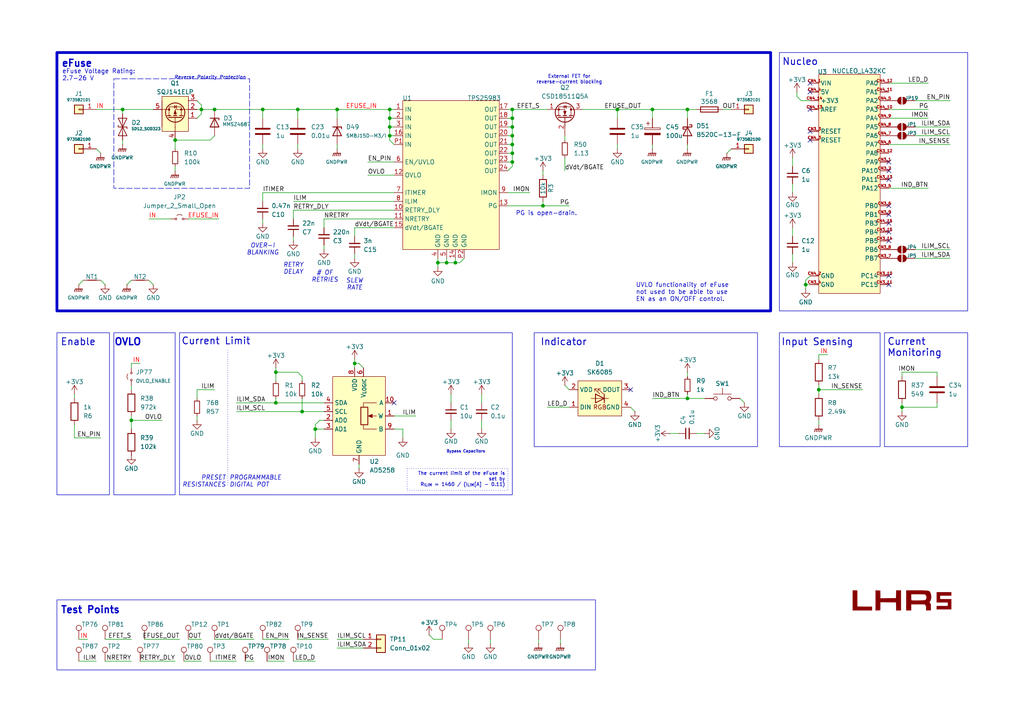
<source format=kicad_sch>
(kicad_sch (version 20231120) (generator "eeschema") (generator_version "8.0")
  (paper "A4")
  (title_block (title "eFuse Test Board (Lite)") (date "2024-10-31") (rev "0.0a") (company "Longhorn Racing: Solar") (comment 1 "Changxu Liu, Wataru (Watts) Yasueda"))
  (junction (at 91.44 124.46))
  (junction (at 199.39 31.75))
  (junction (at 97.79 31.75))
  (junction (at 148.59 31.75))
  (junction (at 132.08 76.2))
  (junction (at 148.59 34.29))
  (junction (at 179.07 31.75))
  (junction (at 261.62 118.11))
  (junction (at 148.59 44.45))
  (junction (at 129.54 76.2))
  (junction (at 157.48 59.69))
  (junction (at 50.8 40.64))
  (junction (at 237.49 113.03))
  (junction (at 87.63 119.38))
  (junction (at 233.68 82.55))
  (junction (at 189.23 31.75))
  (junction (at 58.42 31.75))
  (junction (at 38.1 121.92))
  (junction (at 86.36 31.75))
  (junction (at 113.03 34.29))
  (junction (at 113.03 31.75))
  (junction (at 113.03 36.83))
  (junction (at 127 76.2))
  (junction (at 80.01 107.95))
  (junction (at 148.59 41.91))
  (junction (at 113.03 39.37))
  (junction (at 102.87 105.41))
  (junction (at 76.2 31.75))
  (junction (at 199.39 115.57))
  (junction (at 148.59 39.37))
  (junction (at 148.59 36.83))
  (junction (at 148.59 46.99))
  (junction (at 62.23 31.75))
  (junction (at 35.56 31.75))
  (junction (at 80.01 116.84))
  (no_connect (at 257.81 49.53))
  (no_connect (at 234.95 40.64))
  (no_connect (at 257.81 69.85))
  (no_connect (at 257.81 67.31))
  (no_connect (at 234.95 38.1))
  (no_connect (at 257.81 64.77))
  (no_connect (at 234.95 31.75))
  (no_connect (at 257.81 62.23))
  (no_connect (at 257.81 52.07))
  (no_connect (at 182.88 113.03))
  (no_connect (at 257.81 46.99))
  (no_connect (at 234.95 24.13))
  (no_connect (at 257.81 82.55))
  (no_connect (at 257.81 59.69))
  (no_connect (at 114.3 116.84))
  (no_connect (at 234.95 26.67))
  (no_connect (at 257.81 80.01))
  (wire (pts (xy 62.23 185.42) (xy 73.66 185.42)))
  (wire (pts (xy 38.1 120.65) (xy 38.1 121.92)))
  (wire (pts (xy 114.3 120.65) (xy 120.65 120.65)))
  (wire (pts (xy 76.2 31.75) (xy 86.36 31.75)))
  (wire (pts (xy 114.3 124.46) (xy 116.84 124.46)))
  (wire (pts (xy 229.87 66.04) (xy 229.87 68.58)))
  (wire (pts (xy 102.87 66.04) (xy 114.3 66.04)))
  (wire (pts (xy 234.95 29.21) (xy 232.41 29.21)))
  (wire (pts (xy 148.59 36.83) (xy 148.59 39.37)))
  (wire (pts (xy 113.03 31.75) (xy 113.03 34.29)))
  (wire (pts (xy 57.15 29.21) (xy 58.42 30.48)))
  (wire (pts (xy 86.36 107.95) (xy 87.63 109.22)))
  (wire (pts (xy 127 76.2) (xy 127 77.47)))
  (wire (pts (xy 265.43 74.93) (xy 275.59 74.93)))
  (wire (pts (xy 265.43 39.37) (xy 275.59 39.37)))
  (wire (pts (xy 157.48 59.69) (xy 165.1 59.69)))
  (wire (pts (xy 130.81 121.92) (xy 130.81 124.46)))
  (wire (pts (xy 240.03 102.87) (xy 237.49 102.87)))
  (wire (pts (xy 86.36 41.91) (xy 86.36 43.18)))
  (wire (pts (xy 229.87 45.72) (xy 229.87 48.26)))
  (wire (pts (xy 62.23 31.75) (xy 76.2 31.75)))
  (wire (pts (xy 104.14 134.62) (xy 104.14 135.89)))
  (wire (pts (xy 44.45 82.55) (xy 43.18 81.28)))
  (wire (pts (xy 237.49 111.76) (xy 237.49 113.03)))
  (wire (pts (xy 132.08 76.2) (xy 133.35 76.2)))
  (wire (pts (xy 22.86 185.42) (xy 25.4 185.42)))
  (wire (pts (xy 189.23 41.91) (xy 189.23 43.18)))
  (wire (pts (xy 147.32 41.91) (xy 148.59 41.91)))
  (wire (pts (xy 147.32 59.69) (xy 157.48 59.69)))
  (wire (pts (xy 116.84 124.46) (xy 116.84 127)))
  (wire (pts (xy 257.81 41.91) (xy 275.59 41.91)))
  (wire (pts (xy 76.2 41.91) (xy 76.2 43.18)))
  (wire (pts (xy 93.98 63.5) (xy 93.98 66.04)))
  (wire (pts (xy 57.15 31.75) (xy 58.42 31.75)))
  (wire (pts (xy 142.24 186.69) (xy 142.24 185.42)))
  (wire (pts (xy 147.32 36.83) (xy 148.59 36.83)))
  (wire (pts (xy 52.07 185.42) (xy 41.91 185.42)))
  (wire (pts (xy 57.15 113.03) (xy 57.15 115.57)))
  (wire (pts (xy 91.44 191.77) (xy 85.09 191.77)))
  (wire (pts (xy 83.82 185.42) (xy 76.2 185.42)))
  (wire (pts (xy 130.81 114.3) (xy 130.81 116.84)))
  (wire (pts (xy 21.59 127) (xy 29.21 127)))
  (wire (pts (xy 114.3 41.91) (xy 113.03 40.64)))
  (wire (pts (xy 85.09 60.96) (xy 85.09 63.5)))
  (wire (pts (xy 233.68 81.28) (xy 233.68 82.55)))
  (wire (pts (xy 21.59 127) (xy 21.59 123.19)))
  (wire (pts (xy 147.32 44.45) (xy 148.59 44.45)))
  (wire (pts (xy 147.32 39.37) (xy 148.59 39.37)))
  (wire (pts (xy 60.96 40.64) (xy 62.23 39.37)))
  (wire (pts (xy 87.63 119.38) (xy 93.98 119.38)))
  (wire (pts (xy 38.1 121.92) (xy 46.99 121.92)))
  (wire (pts (xy 40.64 105.41) (xy 38.1 105.41)))
  (wire (pts (xy 57.15 120.65) (xy 57.15 121.92)))
  (wire (pts (xy 85.09 68.58) (xy 85.09 69.85)))
  (wire (pts (xy 168.91 31.75) (xy 179.07 31.75)))
  (wire (pts (xy 97.79 34.29) (xy 97.79 31.75)))
  (wire (pts (xy 229.87 73.66) (xy 229.87 76.2)))
  (wire (pts (xy 92.71 121.92) (xy 91.44 123.19)))
  (wire (pts (xy 91.44 127) (xy 91.44 124.46)))
  (wire (pts (xy 21.59 115.57) (xy 21.59 114.3)))
  (wire (pts (xy 80.01 115.57) (xy 80.01 116.84)))
  (wire (pts (xy 237.49 102.87) (xy 237.49 104.14)))
  (wire (pts (xy 50.8 40.64) (xy 60.96 40.64)))
  (wire (pts (xy 237.49 113.03) (xy 250.19 113.03)))
  (wire (pts (xy 237.49 113.03) (xy 237.49 114.3)))
  (wire (pts (xy 157.48 49.53) (xy 157.48 50.8)))
  (wire (pts (xy 93.98 63.5) (xy 114.3 63.5)))
  (wire (pts (xy 189.23 115.57) (xy 199.39 115.57)))
  (wire (pts (xy 199.39 114.3) (xy 199.39 115.57)))
  (wire (pts (xy 139.7 121.92) (xy 139.7 124.46)))
  (wire (pts (xy 86.36 31.75) (xy 86.36 34.29)))
  (wire (pts (xy 38.1 111.76) (xy 38.1 113.03)))
  (wire (pts (xy 271.78 109.22) (xy 271.78 107.95)))
  (wire (pts (xy 148.59 41.91) (xy 148.59 44.45)))
  (wire (pts (xy 97.79 41.91) (xy 97.79 43.18)))
  (wire (pts (xy 125.73 185.42) (xy 124.46 184.15)))
  (wire (pts (xy 212.09 31.75) (xy 209.55 31.75)))
  (wire (pts (xy 156.21 186.69) (xy 156.21 185.42)))
  (wire (pts (xy 147.32 49.53) (xy 148.59 48.26)))
  (wire (pts (xy 147.32 46.99) (xy 148.59 46.99)))
  (wire (pts (xy 199.39 107.95) (xy 199.39 109.22)))
  (wire (pts (xy 97.79 185.42) (xy 105.41 185.42)))
  (wire (pts (xy 87.63 109.22) (xy 87.63 110.49)))
  (wire (pts (xy 261.62 107.95) (xy 271.78 107.95)))
  (wire (pts (xy 50.8 48.26) (xy 50.8 49.53)))
  (wire (pts (xy 40.64 191.77) (xy 50.8 191.77)))
  (wire (pts (xy 261.62 116.84) (xy 261.62 118.11)))
  (wire (pts (xy 106.68 50.8) (xy 114.3 50.8)))
  (wire (pts (xy 127 76.2) (xy 129.54 76.2)))
  (wire (pts (xy 157.48 58.42) (xy 157.48 59.69)))
  (wire (pts (xy 199.39 115.57) (xy 204.47 115.57)))
  (wire (pts (xy 271.78 116.84) (xy 271.78 118.11)))
  (wire (pts (xy 76.2 31.75) (xy 76.2 34.29)))
  (wire (pts (xy 135.89 185.42) (xy 135.89 186.69)))
  (wire (pts (xy 68.58 119.38) (xy 87.63 119.38)))
  (wire (pts (xy 80.01 116.84) (xy 93.98 116.84)))
  (wire (pts (xy 102.87 73.66) (xy 102.87 74.93)))
  (wire (pts (xy 22.86 82.55) (xy 24.13 81.28)))
  (wire (pts (xy 148.59 31.75) (xy 148.59 34.29)))
  (wire (pts (xy 214.63 115.57) (xy 215.9 116.84)))
  (wire (pts (xy 113.03 34.29) (xy 113.03 36.83)))
  (wire (pts (xy 82.55 191.77) (xy 77.47 191.77)))
  (wire (pts (xy 261.62 118.11) (xy 271.78 118.11)))
  (wire (pts (xy 27.94 31.75) (xy 35.56 31.75)))
  (wire (pts (xy 58.42 31.75) (xy 58.42 33.02)))
  (wire (pts (xy 58.42 30.48) (xy 58.42 31.75)))
  (wire (pts (xy 257.81 54.61) (xy 269.24 54.61)))
  (wire (pts (xy 199.39 31.75) (xy 201.93 31.75)))
  (wire (pts (xy 231.14 26.67) (xy 231.14 27.94)))
  (wire (pts (xy 57.15 113.03) (xy 62.23 113.03)))
  (wire (pts (xy 148.59 31.75) (xy 158.75 31.75)))
  (wire (pts (xy 76.2 55.88) (xy 114.3 55.88)))
  (wire (pts (xy 148.59 39.37) (xy 148.59 41.91)))
  (wire (pts (xy 139.7 114.3) (xy 139.7 116.84)))
  (wire (pts (xy 148.59 34.29) (xy 148.59 36.83)))
  (wire (pts (xy 147.32 34.29) (xy 148.59 34.29)))
  (wire (pts (xy 113.03 34.29) (xy 114.3 34.29)))
  (wire (pts (xy 68.58 191.77) (xy 60.96 191.77)))
  (wire (pts (xy 163.83 40.64) (xy 163.83 39.37)))
  (wire (pts (xy 102.87 105.41) (xy 104.14 105.41)))
  (wire (pts (xy 35.56 41.91) (xy 35.56 40.64)))
  (wire (pts (xy 57.15 34.29) (xy 58.42 33.02)))
  (wire (pts (xy 257.81 24.13) (xy 269.24 24.13)))
  (wire (pts (xy 43.18 63.5) (xy 49.53 63.5)))
  (wire (pts (xy 179.07 31.75) (xy 179.07 34.29)))
  (wire (pts (xy 97.79 187.96) (xy 105.41 187.96)))
  (wire (pts (xy 35.56 31.75) (xy 35.56 33.02)))
  (wire (pts (xy 30.48 82.55) (xy 29.21 81.28)))
  (wire (pts (xy 147.32 31.75) (xy 148.59 31.75)))
  (wire (pts (xy 265.43 29.21) (xy 275.59 29.21)))
  (wire (pts (xy 113.03 36.83) (xy 114.3 36.83)))
  (wire (pts (xy 134.62 74.93) (xy 133.35 76.2)))
  (wire (pts (xy 128.27 185.42) (xy 125.73 185.42)))
  (wire (pts (xy 50.8 40.64) (xy 50.8 43.18)))
  (wire (pts (xy 102.87 104.14) (xy 102.87 105.41)))
  (wire (pts (xy 237.49 121.92) (xy 237.49 123.19)))
  (wire (pts (xy 257.81 34.29) (xy 269.24 34.29)))
  (wire (pts (xy 80.01 106.68) (xy 80.01 107.95)))
  (wire (pts (xy 85.09 60.96) (xy 114.3 60.96)))
  (wire (pts (xy 58.42 31.75) (xy 62.23 31.75)))
  (wire (pts (xy 80.01 107.95) (xy 80.01 110.49)))
  (wire (pts (xy 234.95 80.01) (xy 233.68 81.28)))
  (wire (pts (xy 91.44 123.19) (xy 91.44 124.46)))
  (wire (pts (xy 38.1 121.92) (xy 38.1 124.46)))
  (wire (pts (xy 162.56 186.69) (xy 162.56 185.42)))
  (wire (pts (xy 153.67 55.88) (xy 147.32 55.88)))
  (wire (pts (xy 73.66 191.77) (xy 71.12 191.77)))
  (wire (pts (xy 201.93 125.73) (xy 204.47 125.73)))
  (wire (pts (xy 261.62 107.95) (xy 261.62 109.22)))
  (wire (pts (xy 68.58 116.84) (xy 80.01 116.84)))
  (wire (pts (xy 189.23 31.75) (xy 189.23 34.29)))
  (wire (pts (xy 158.75 118.11) (xy 165.1 118.11)))
  (wire (pts (xy 93.98 71.12) (xy 93.98 72.39)))
  (wire (pts (xy 38.1 191.77) (xy 30.48 191.77)))
  (wire (pts (xy 257.81 31.75) (xy 269.24 31.75)))
  (wire (pts (xy 35.56 31.75) (xy 44.45 31.75)))
  (wire (pts (xy 148.59 44.45) (xy 148.59 46.99)))
  (wire (pts (xy 95.25 185.42) (xy 86.36 185.42)))
  (wire (pts (xy 148.59 46.99) (xy 148.59 48.26)))
  (wire (pts (xy 129.54 76.2) (xy 132.08 76.2)))
  (wire (pts (xy 27.94 191.77) (xy 22.86 191.77)))
  (wire (pts (xy 38.1 105.41) (xy 38.1 106.68)))
  (wire (pts (xy 36.83 82.55) (xy 38.1 81.28)))
  (wire (pts (xy 54.61 185.42) (xy 58.42 185.42)))
  (wire (pts (xy 113.03 39.37) (xy 114.3 39.37)))
  (wire (pts (xy 63.5 63.5) (xy 54.61 63.5)))
  (wire (pts (xy 76.2 55.88) (xy 76.2 58.42)))
  (polyline (pts (xy 66.04 101.6) (xy 66.04 140.97)) (stroke (width 0) (type dot)))
  (wire (pts (xy 132.08 74.93) (xy 132.08 76.2)))
  (wire (pts (xy 265.43 36.83) (xy 275.59 36.83)))
  (wire (pts (xy 104.14 105.41) (xy 105.41 106.68)))
  (wire (pts (xy 210.82 44.45) (xy 212.09 43.18)))
  (wire (pts (xy 113.03 36.83) (xy 113.03 39.37)))
  (wire (pts (xy 261.62 118.11) (xy 261.62 119.38)))
  (wire (pts (xy 29.21 44.45) (xy 27.94 43.18)))
  (wire (pts (xy 233.68 82.55) (xy 234.95 82.55)))
  (wire (pts (xy 92.71 121.92) (xy 93.98 121.92)))
  (wire (pts (xy 229.87 53.34) (xy 229.87 55.88)))
  (wire (pts (xy 189.23 31.75) (xy 199.39 31.75)))
  (wire (pts (xy 232.41 29.21) (xy 231.14 27.94)))
  (wire (pts (xy 80.01 107.95) (xy 86.36 107.95)))
  (wire (pts (xy 38.1 185.42) (xy 30.48 185.42)))
  (wire (pts (xy 129.54 74.93) (xy 129.54 76.2)))
  (wire (pts (xy 127 74.93) (xy 127 76.2)))
  (wire (pts (xy 163.83 45.72) (xy 163.83 49.53)))
  (wire (pts (xy 102.87 105.41) (xy 102.87 106.68)))
  (wire (pts (xy 87.63 115.57) (xy 87.63 119.38)))
  (wire (pts (xy 265.43 72.39) (xy 275.59 72.39)))
  (wire (pts (xy 179.07 41.91) (xy 179.07 43.18)))
  (wire (pts (xy 163.83 111.76) (xy 165.1 113.03)))
  (wire (pts (xy 182.88 118.11) (xy 184.15 119.38)))
  (wire (pts (xy 91.44 124.46) (xy 93.98 124.46)))
  (wire (pts (xy 106.68 46.99) (xy 114.3 46.99)))
  (wire (pts (xy 58.42 191.77) (xy 53.34 191.77)))
  (wire (pts (xy 97.79 31.75) (xy 113.03 31.75)))
  (wire (pts (xy 199.39 43.18) (xy 199.39 41.91)))
  (wire (pts (xy 113.03 39.37) (xy 113.03 40.64)))
  (wire (pts (xy 113.03 31.75) (xy 114.3 31.75)))
  (wire (pts (xy 85.09 58.42) (xy 114.3 58.42)))
  (wire (pts (xy 194.31 125.73) (xy 196.85 125.73)))
  (wire (pts (xy 233.68 82.55) (xy 233.68 83.82)))
  (wire (pts (xy 86.36 31.75) (xy 97.79 31.75)))
  (wire (pts (xy 179.07 31.75) (xy 189.23 31.75)))
  (wire (pts (xy 76.2 63.5) (xy 76.2 64.77)))
  (wire (pts (xy 199.39 31.75) (xy 199.39 34.29)))
  (wire (pts (xy 102.87 66.04) (xy 102.87 68.58)))
  (rectangle (start 16.51 173.99) (end 172.72 194.31))
  (rectangle (start 256.54 96.52) (end 280.67 129.54))
  (rectangle (start 16.51 96.52) (end 31.75 143.51))
  (rectangle (start 16.51 15.24) (end 223.52 90.17) (stroke (width 0.8)))
  (rectangle (start 33.02 22.86) (end 72.39 54.61) (stroke (width 0) (type dash)))
  (rectangle (start 154.94 96.52) (end 219.71 129.54))
  (rectangle (start 226.06 96.52) (end 255.27 129.54))
  (rectangle (start 33.02 96.52) (end 50.8 143.51))
  (rectangle (start 52.07 96.52) (end 148.59 143.51))
  (rectangle (start 226.06 15.24) (end 280.67 90.17))
  (text_box "The current limit of the eFuse is set by\nR_{ILIM} = 1460 / (I_{LIM}[A] - 0.11)\n\n" (at 118.11 135.89 0) (size 29.21 6.35) (stroke (width 0) (type dot)) (effects (font (size 1 1)) (justify right top)))
  (text_box "External FET for reverse-current blocking" (at 152.4 20.32 0) (size 25.4 5.08) (stroke (width -0.0001)) (effects (font (size 1 1))))
  (text "eFuse Voltage Rating:\n2.7-26 V" (at 18.034 21.844 0) (effects (font (size 1.27 1.27)) (justify left)))
  (text "PG is open-drain." (at 158.496 61.976 0) (effects (font (size 1.27 1.27))))
  (text "Bypass Capacitors" (at 135.128 131.064 0) (effects (font (size 0.8 0.8))))
  (text "RETRY\nDELAY" (at 85.09 77.978 0) (effects (font (size 1.27 1.27) (italic yes))))
  (text "OVER-I\nBLANKING" (at 76.2 72.39 0) (effects (font (size 1.27 1.27) (italic yes))))
  (text "Enable" (at 17.526 99.314 0) (effects (font (size 2 2) (thickness 0.254) (bold yes)) (justify left)))
  (text "Reverse Polarity Protection" (at 60.96 22.606 0) (effects (font (size 1 1) (italic yes))))
  (text "eFuse" (at 17.78 18.542 0) (effects (font (size 2 2) (bold yes)) (justify left)))
  (text "# OF\nRETRIES" (at 94.234 80.264 0) (effects (font (size 1.27 1.27) (italic yes))))
  (text "UVLO functionality of eFuse\nnot used to be able to use \nEN as an ON/OFF control. " (at 184.404 84.836 0) (effects (font (size 1.27 1.27)) (justify left)))
  (text "OVLO" (at 37.084 99.314 0) (effects (font (size 2 2) (bold yes))))
  (text "PROGRAMMABLE\nDIGITAL POT" (at 66.548 139.7 0) (effects (font (size 1.27 1.27) (italic yes)) (justify left)))
  (text "SLEW\nRATE" (at 102.87 82.55 0) (effects (font (size 1.27 1.27) (italic yes))))
  (text "Current Limit" (at 52.578 99.06 0) (effects (font (size 2 2) (thickness 0.254) (bold yes)) (justify left)))
  (text "Test Points" (at 17.526 177.038 0) (effects (font (size 2 2) (bold yes)) (justify left)))
  (text "PRESET\nRESISTANCES" (at 65.532 139.7 0) (effects (font (size 1.27 1.27) (italic yes)) (justify right)))
  (text "Nucleo" (at 226.822 18.034 0) (effects (font (size 2 2) (thickness 0.254) (bold yes)) (justify left)))
  (text "Current\nMonitoring" (at 257.302 100.838 0) (effects (font (size 2 2) (thickness 0.254) (bold yes)) (justify left)))
  (text "Indicator" (at 156.718 99.314 0) (effects (font (size 2 2) (thickness 0.254) (bold yes)) (justify left)))
  (text "Input Sensing" (at 226.568 99.314 0) (effects (font (size 2 2) (thickness 0.254) (bold yes)) (justify left)))
  (label "IMON" (at 82.55 191.77 180))
  (label "IND_BTN" (at 269.24 54.61 180))
  (label "EN_PIN" (at 83.82 185.42 180))
  (label "dVdt{slash}BGATE" (at 73.66 185.42 180))
  (label "PG" (at 269.24 31.75 180))
  (label "IMON" (at 269.24 34.29 180))
  (label "ILIM" (at 120.65 120.65 180))
  (label "ITIMER" (at 76.2 55.88 0))
  (label "ILIM_SCL" (at 275.59 72.39 180))
  (label "IND_BTN" (at 189.23 115.57 0))
  (label "LED_D" (at 158.75 118.11 0))
  (label "IMON" (at 153.67 55.88 180))
  (label "ILIM_SCL" (at 68.58 119.38 0))
  (label "EN_PIN" (at 29.21 127 180))
  (label "EFUSE_OUT" (at 52.07 185.42 180))
  (label "OUT" (at 58.42 185.42 180))
  (label "EFET_S" (at 38.1 185.42 180))
  (label "IN" (at 43.18 63.5 0))
  (label "ILIM" (at 62.23 113.03 180))
  (label "ILIM_SCL" (at 97.79 185.42 0))
  (label "IN" (at 240.03 102.87 180))
  (label "IN" (at 27.94 31.75 0))
  (label "ILIM_SCL" (at 275.59 39.37 180))
  (label "ILIM_SDA" (at 68.58 116.84 0))
  (label "EFUSE_OUT" (at 175.26 31.75 0))
  (label "OVLO" (at 46.99 121.92 180))
  (label "IN_SENSE" (at 95.25 185.42 180))
  (label "ILIM" (at 27.94 191.77 180))
  (label "LED_D" (at 91.44 191.77 180))
  (label "OVLO" (at 58.42 191.77 180))
  (label "LED_D" (at 269.24 24.13 180))
  (label "IN_SENSE" (at 275.59 41.91 180))
  (label "RETRY_DLY" (at 50.8 191.77 180))
  (label "RETRY_DLY" (at 85.09 60.96 0))
  (label "PG" (at 73.66 191.77 180))
  (label "EFET_S" (at 149.86 31.75 0))
  (label "PG" (at 165.1 59.69 180))
  (label "NRETRY" (at 93.98 63.5 0))
  (label "OVLO" (at 106.68 50.8 0))
  (label "NRETRY" (at 38.1 191.77 180))
  (label "EN_PIN" (at 106.68 46.99 0))
  (label "IN" (at 40.64 105.41 180))
  (label "ILIM_SDA" (at 275.59 36.83 180))
  (label "dVdt{slash}BGATE" (at 102.87 66.04 0))
  (label "ILIM_SDA" (at 97.79 187.96 0))
  (label "ILIM" (at 85.09 58.42 0))
  (label "OUT" (at 209.55 31.75 0))
  (label "EFUSE_IN" (at 63.5 63.5 180))
  (label "EFUSE_IN" (at 100.33 31.75 0))
  (label "dVdt{slash}BGATE" (at 163.83 49.53 0))
  (label "EN_PIN" (at 275.59 29.21 180))
  (label "ITIMER" (at 68.58 191.77 180))
  (label "IN" (at 25.4 185.42 180))
  (label "IN_SENSE" (at 250.19 113.03 180))
  (label "IMON" (at 265.43 107.95 180))
  (label "ILIM_SDA" (at 275.59 74.93 180))
  (symbol (lib_id "Connector:TestPoint") (at 135.89 185.42 0) (unit 1)
    (property "Reference" "TP5" (at 136.652 181.102 0) (effects (justify left)))
    (property "Value" "GND" (effects (hide yes)))
    (property "Footprint" "Connector_PinHeader_2.54mm:PinHeader_1x01_P2.54mm_Vertical" (effects (hide yes)))
    (property "Description" "test point" (effects (hide yes)))
  )
  (symbol (lib_id "power:GNDPWR") (at 97.79 43.18 0) (unit 1)
    (property "Reference" "#PWR042" (effects (hide yes)))
    (property "Value" "GNDPWR" (at 97.663 46.99 0) (effects (font (size 1 1))))
    (property "Description" "Power symbol creates a global label with name \"GNDPWR\" , global ground" (effects (hide yes)))
  )
  (symbol (lib_id "Device:R") (at 237.49 118.11 0) (unit 1)
    (property "Reference" "R8" (at 240.03 116.8399 0) (effects (justify left)))
    (property "Value" "2.49k" (at 240.03 119.3799 0) (effects (justify left)))
    (property "Footprint" "Resistor_SMD:R_0805_2012Metric" (effects (hide yes)))
    (property "Description" "Resistor" (effects (hide yes)))
  )
  (symbol (lib_id "power:GND") (at 93.98 72.39 0) (unit 1)
    (property "Reference" "#PWR014" (effects (hide yes)))
    (property "Value" "GND" (at 93.98 76.2 0))
    (property "Description" "Power symbol creates a global label with name \"GND\" , ground" (effects (hide yes)))
  )
  (symbol (lib_id "power:+3V3") (at 102.87 104.14 0) (unit 1)
    (property "Reference" "#PWR02" (effects (hide yes)))
    (property "Value" "+3V3" (at 102.87 100.584 0))
    (property "Description" "Power symbol creates a global label with name \"+3V3\"" (effects (hide yes)))
  )
  (symbol (lib_id "power:GND") (at 104.14 135.89 0) (unit 1)
    (property "Reference" "#PWR05" (effects (hide yes)))
    (property "Value" "GND" (at 104.14 139.7 0))
    (property "Description" "Power symbol creates a global label with name \"GND\" , ground" (effects (hide yes)))
  )
  (symbol (lib_id "Device:C_Polarized") (at 189.23 38.1 0) (unit 1)
    (property "Reference" "C45" (at 193.04 36.83 0) (effects (justify left)))
    (property "Value" "100u" (at 193.04 39.37 0) (effects (justify left)))
    (property "Footprint" "Capacitor_SMD:CP_Elec_6.3x9.9" (effects (hide yes)))
    (property "Description" "Polarized capacitor" (effects (hide yes)))
  )
  (symbol (lib_id "Device:NetTie_2") (at 26.67 81.28 0) (unit 1) (in_bom no)
    (property "Reference" "NT1" (at 26.67 80.264 0))
    (property "Value" "NetTie_2" (effects (hide yes)))
    (property "Footprint" "NetTie:NetTie-2_SMD_Pad0.5mm" (effects (hide yes)))
    (property "Description" "Net tie, 2 pins" (effects (hide yes)))
  )
  (symbol (lib_id "Device:Fuse") (at 205.74 31.75 90) (unit 1)
    (property "Reference" "F1" (at 205.74 27.178 90))
    (property "Value" "3568" (at 205.74 29.464 90))
    (property "Footprint" "Fuse:Fuseholder_Blade_Mini_Keystone_3568" (effects (hide yes)))
    (property "Description" "Fuse" (effects (hide yes)))
  )
  (symbol (lib_id "Device:C_Small") (at 102.87 71.12 0) (mirror x) (unit 1)
    (property "Reference" "C15" (at 105.41 72.39 0) (effects (justify left)))
    (property "Value" "3n" (at 105.41 69.85 0) (effects (justify left)))
    (property "Footprint" "Capacitor_SMD:C_0805_2012Metric" (effects (hide yes)))
    (property "Description" "Unpolarized capacitor, small symbol" (effects (hide yes)))
  )
  (symbol (lib_id "power:GND") (at 179.07 43.18 0) (unit 1)
    (property "Reference" "#PWR075" (effects (hide yes)))
    (property "Value" "GND" (at 179.07 46.99 0))
    (property "Description" "Power symbol creates a global label with name \"GND\" , ground" (effects (hide yes)))
  )
  (symbol (lib_id "Device:R_Small") (at 50.8 45.72 0) (unit 1)
    (property "Reference" "R10" (at 53.34 44.4499 0) (effects (justify left)))
    (property "Value" "100k" (at 53.34 46.9899 0) (effects (justify left)))
    (property "Footprint" "Resistor_SMD:R_0805_2012Metric" (effects (hide yes)))
    (property "Description" "Resistor, small symbol" (effects (hide yes)))
  )
  (symbol (lib_id "Device:R") (at 38.1 128.27 0) (unit 1)
    (property "Reference" "R39" (at 40.64 126.9999 0) (effects (justify left)))
    (property "Value" "102k" (at 40.64 129.5399 0) (effects (justify left)))
    (property "Footprint" "Resistor_SMD:R_0805_2012Metric" (effects (hide yes)))
    (property "Description" "Resistor" (effects (hide yes)))
  )
  (symbol (lib_id "Connector:TestPoint") (at 22.86 191.77 0) (unit 1)
    (property "Reference" "TP87" (at 23.622 187.452 0) (effects (justify left)))
    (property "Value" "ILIM" (effects (hide yes)))
    (property "Footprint" "TestPoint:TestPoint_Pad_D1.0mm" (effects (hide yes)))
    (property "Description" "test point" (effects (hide yes)))
  )
  (symbol (lib_id "power:GND") (at 86.36 43.18 0) (unit 1)
    (property "Reference" "#PWR066" (effects (hide yes)))
    (property "Value" "GND" (at 86.36 46.99 0))
    (property "Description" "Power symbol creates a global label with name \"GND\" , ground" (effects (hide yes)))
  )
  (symbol (lib_id "Device:C_Small") (at 130.81 119.38 0) (unit 1)
    (property "Reference" "C1" (at 133.35 118.1162 0) (effects (justify left)))
    (property "Value" "10u" (at 133.35 120.6562 0) (effects (justify left)))
    (property "Footprint" "Capacitor_SMD:C_0805_2012Metric" (effects (hide yes)))
    (property "Description" "Unpolarized capacitor, small symbol" (effects (hide yes)))
  )
  (symbol (lib_id "Jumper:Jumper_2_Small_Open") (at 38.1 109.22 90) (unit 1) (exclude_from_sim yes)
    (property "Reference" "JP77" (at 39.37 107.9499 90) (effects (justify right)))
    (property "Value" "OVLO_ENABLE" (at 39.37 110.4899 90) (effects (font (size 1 1)) (justify right)))
    (property "Footprint" "Jumper:SolderJumper-2_P1.3mm_Open_RoundedPad1.0x1.5mm" (effects (hide yes)))
    (property "Description" "Jumper, 2-pole, small symbol, open" (effects (hide yes)))
  )
  (symbol (lib_id "PowerDistributionUnitLib:LHRS_Logo") (at 261.62 173.99 0) (unit 1) (exclude_from_sim yes) (in_bom no) (on_board no)
    (property "Reference" "#G2" (effects (hide yes)))
    (property "Value" "LHRS_Logo" (effects (hide yes)))
  )
  (symbol (lib_id "Diode:SD12_SOD323") (at 35.56 36.83 90) (unit 1)
    (property "Reference" "D2" (at 38.1 35.5599 90) (effects (justify right)))
    (property "Value" "SD12_SOD323" (at 38.1 37.338 90) (effects (font (size 0.8 0.8)) (justify right)))
    (property "Footprint" "Diode_SMD:D_SOD-323" (effects (hide yes)))
    (property "Datasheet" "${KIPRJMOD}/lib/docs/SOD323SD12S12W.pdf" (effects (hide yes)))
    (property "Description" "12V, 450W Discrete Bidirectional TVS Diode, SOD-323" (effects (hide yes)))
  )
  (symbol (lib_id "Connector_Generic:Conn_01x01") (at 217.17 43.18 0) (mirror x) (unit 1)
    (property "Reference" "J4" (at 217.17 38.608 0))
    (property "Value" "973582100" (at 217.17 40.386 0) (effects (font (size 0.8 0.8))))
    (property "Footprint" "PowerDistributionUnitLib:5754" (effects (hide yes)))
    (property "Description" "Generic connector, single row, 01x01, script generated (kicad-library-utils/schlib/autogen/connector/)" (effects (hide yes)))
  )
  (symbol (lib_id "Connector:TestPoint") (at 142.24 185.42 0) (unit 1)
    (property "Reference" "TP6" (at 143.002 181.102 0) (effects (justify left)))
    (property "Value" "GND" (effects (hide yes)))
    (property "Footprint" "Connector_PinHeader_2.54mm:PinHeader_1x01_P2.54mm_Vertical" (effects (hide yes)))
    (property "Description" "test point" (effects (hide yes)))
  )
  (symbol (lib_id "Jumper:SolderJumper_2_Open") (at 261.62 74.93 0) (unit 1) (exclude_from_sim yes) (in_bom no)
    (property "Reference" "JP5" (at 264.414 74.168 0) (effects (font (size 1 1))))
    (property "Value" "JP" (effects (hide yes)))
    (property "Footprint" "Jumper:SolderJumper-2_P1.3mm_Open_RoundedPad1.0x1.5mm" (effects (hide yes)))
    (property "Description" "Solder Jumper, 2-pole, open" (effects (hide yes)))
  )
  (symbol (lib_id "power:GND") (at 139.7 124.46 0) (unit 1)
    (property "Reference" "#PWR08" (effects (hide yes)))
    (property "Value" "GND" (at 139.7 128.016 0))
    (property "Description" "Power symbol creates a global label with name \"GND\" , ground" (effects (hide yes)))
  )
  (symbol (lib_id "power:GNDPWR") (at 189.23 43.18 0) (unit 1)
    (property "Reference" "#PWR044" (effects (hide yes)))
    (property "Value" "GNDPWR" (at 189.103 46.99 0) (effects (font (size 1 1))))
    (property "Description" "Power symbol creates a global label with name \"GNDPWR\" , global ground" (effects (hide yes)))
  )
  (symbol (lib_id "power:GND") (at 44.45 82.55 0) (unit 1)
    (property "Reference" "#PWR025" (effects (hide yes)))
    (property "Value" "GND" (at 44.45 86.36 0))
    (property "Description" "Power symbol creates a global label with name \"GND\" , ground" (effects (hide yes)))
  )
  (symbol (lib_id "power:+3V3") (at 80.01 106.68 0) (unit 1)
    (property "Reference" "#PWR01" (effects (hide yes)))
    (property "Value" "+3V3" (at 80.01 103.124 0))
    (property "Description" "Power symbol creates a global label with name \"+3V3\"" (effects (hide yes)))
  )
  (symbol (lib_id "power:GND") (at 76.2 64.77 0) (unit 1)
    (property "Reference" "#PWR016" (effects (hide yes)))
    (property "Value" "GND" (at 76.2 68.58 0))
    (property "Description" "Power symbol creates a global label with name \"GND\" , ground" (effects (hide yes)))
  )
  (symbol (lib_id "Device:R_Small") (at 57.15 118.11 0) (mirror x) (unit 1)
    (property "Reference" "R57" (at 59.69 119.3801 0) (effects (justify left)))
    (property "Value" "768" (at 59.69 116.8401 0) (effects (justify left)))
    (property "Footprint" "Resistor_SMD:R_0805_2012Metric" (effects (hide yes)))
    (property "Description" "Resistor, small symbol" (effects (hide yes)))
  )
  (symbol (lib_id "power:GNDPWR") (at 237.49 123.19 0) (unit 1)
    (property "Reference" "#PWR013" (effects (hide yes)))
    (property "Value" "GNDPWR" (at 237.363 127 0))
    (property "Description" "Power symbol creates a global label with name \"GNDPWR\" , global ground" (effects (hide yes)))
  )
  (symbol (lib_id "power:+3V3") (at 231.14 26.67 0) (unit 1)
    (property "Reference" "#PWR020" (effects (hide yes)))
    (property "Value" "+3V3" (at 231.14 23.114 0))
    (property "Description" "Power symbol creates a global label with name \"+3V3\"" (effects (hide yes)))
  )
  (symbol (lib_id "power:GND") (at 76.2 43.18 0) (unit 1)
    (property "Reference" "#PWR065" (effects (hide yes)))
    (property "Value" "GND" (at 76.2 46.99 0))
    (property "Description" "Power symbol creates a global label with name \"GND\" , ground" (effects (hide yes)))
  )
  (symbol (lib_id "Connector:TestPoint") (at 53.34 191.77 0) (unit 1)
    (property "Reference" "TP80" (at 54.102 187.452 0) (effects (justify left)))
    (property "Value" "OVLO" (effects (hide yes)))
    (property "Footprint" "TestPoint:TestPoint_Pad_D1.0mm" (effects (hide yes)))
    (property "Description" "test point" (effects (hide yes)))
  )
  (symbol (lib_id "Device:R") (at 38.1 116.84 0) (unit 1)
    (property "Reference" "R38" (at 40.64 115.5699 0) (effects (justify left)))
    (property "Value" "972k" (at 40.64 118.1099 0) (effects (justify left)))
    (property "Footprint" "Resistor_SMD:R_0805_2012Metric" (effects (hide yes)))
    (property "Description" "Resistor" (effects (hide yes)))
  )
  (symbol (lib_id "power:GND") (at 57.15 121.92 0) (unit 1)
    (property "Reference" "#PWR0125" (effects (hide yes)))
    (property "Value" "GND" (at 57.15 125.73 0))
    (property "Description" "Power symbol creates a global label with name \"GND\" , ground" (effects (hide yes)))
  )
  (symbol (lib_id "Connector:TestPoint") (at 76.2 185.42 0) (unit 1)
    (property "Reference" "TP82" (at 76.962 181.102 0) (effects (justify left)))
    (property "Value" "EN" (effects (hide yes)))
    (property "Footprint" "TestPoint:TestPoint_Pad_D1.0mm" (effects (hide yes)))
    (property "Description" "test point" (effects (hide yes)))
  )
  (symbol (lib_id "Jumper:Jumper_2_Small_Open") (at 52.07 63.5 0) (unit 1) (exclude_from_sim yes)
    (property "Reference" "JP2" (at 52.07 57.15 0))
    (property "Value" "Jumper_2_Small_Open" (at 52.07 59.69 0))
    (property "Footprint" "Jumper:SolderJumper-2_P1.3mm_Open_TrianglePad1.0x1.5mm" (effects (hide yes)))
    (property "Description" "Jumper, 2-pole, small symbol, open" (effects (hide yes)))
  )
  (symbol (lib_id "power:+3V3") (at 229.87 66.04 0) (unit 1)
    (property "Reference" "#PWR035" (effects (hide yes)))
    (property "Value" "+3V3" (at 229.87 62.484 0))
    (property "Description" "Power symbol creates a global label with name \"+3V3\"" (effects (hide yes)))
  )
  (symbol (lib_id "power:GND") (at 102.87 74.93 0) (unit 1)
    (property "Reference" "#PWR017" (effects (hide yes)))
    (property "Value" "GND" (at 102.87 78.74 0))
    (property "Description" "Power symbol creates a global label with name \"GND\" , ground" (effects (hide yes)))
  )
  (symbol (lib_id "PowerDistributionUnitLib:SQJ141ELP") (at 50.8 34.29 90) (unit 1)
    (property "Reference" "Q1" (at 50.8 24.13 90))
    (property "Value" "SQJ141ELP" (at 50.8 26.67 90))
    (property "Footprint" "Package_SO:PowerPAK_SO-8L_Single" (effects (hide yes)))
    (property "Datasheet" "${KIPRJMOD}/lib/docs/sqj141elp.pdf" (effects (hide yes)))
  )
  (symbol (lib_id "power:GND") (at 91.44 127 0) (unit 1)
    (property "Reference" "#PWR047" (effects (hide yes)))
    (property "Value" "GND" (at 91.44 130.81 0))
    (property "Description" "Power symbol creates a global label with name \"GND\" , ground" (effects (hide yes)))
  )
  (symbol (lib_id "Connector_Generic:Conn_01x02") (at 110.49 185.42 0) (unit 1)
    (property "Reference" "TP11" (at 113.03 185.4199 0) (effects (justify left)))
    (property "Value" "Conn_01x02" (at 113.03 187.9599 0) (effects (justify left)))
    (property "Footprint" "Connector_PinHeader_2.54mm:PinHeader_1x02_P2.54mm_Vertical" (effects (hide yes)))
    (property "Description" "Generic connector, single row, 01x02, script generated (kicad-library-utils/schlib/autogen/connector/)" (effects (hide yes)))
  )
  (symbol (lib_id "power:GNDPWR") (at 199.39 43.18 0) (unit 1)
    (property "Reference" "#PWR045" (effects (hide yes)))
    (property "Value" "GNDPWR" (at 199.263 46.99 0) (effects (font (size 1 1))))
    (property "Description" "Power symbol creates a global label with name \"GNDPWR\" , global ground" (effects (hide yes)))
  )
  (symbol (lib_id "power:GND") (at 229.87 76.2 0) (unit 1)
    (property "Reference" "#PWR036" (effects (hide yes)))
    (property "Value" "GND" (at 229.87 79.756 0))
    (property "Description" "Power symbol creates a global label with name \"GND\" , ground" (effects (hide yes)))
  )
  (symbol (lib_id "Device:C") (at 86.36 38.1 0) (unit 1)
    (property "Reference" "C23" (at 90.17 36.8299 0) (effects (justify left)))
    (property "Value" "0.01u" (at 90.17 39.3699 0) (effects (justify left)))
    (property "Footprint" "Capacitor_SMD:C_0805_2012Metric" (effects (hide yes)))
    (property "Description" "Unpolarized capacitor" (effects (hide yes)))
  )
  (symbol (lib_id "power:+3V3") (at 130.81 114.3 0) (unit 1)
    (property "Reference" "#PWR03" (effects (hide yes)))
    (property "Value" "+3V3" (at 130.81 110.744 0))
    (property "Description" "Power symbol creates a global label with name \"+3V3\"" (effects (hide yes)))
  )
  (symbol (lib_id "power:GNDPWR") (at 35.56 41.91 0) (unit 1)
    (property "Reference" "#PWR037" (effects (hide yes)))
    (property "Value" "GNDPWR" (at 35.433 45.72 0) (effects (font (size 1 1))))
    (property "Description" "Power symbol creates a global label with name \"GNDPWR\" , global ground" (effects (hide yes)))
  )
  (symbol (lib_id "Connector:TestPoint") (at 30.48 185.42 0) (unit 1)
    (property "Reference" "TP81" (at 31.242 181.102 0) (effects (justify left)))
    (property "Value" "EFET_S" (effects (hide yes)))
    (property "Footprint" "TestPoint:TestPoint_Pad_D1.0mm" (effects (hide yes)))
    (property "Description" "test point" (effects (hide yes)))
  )
  (symbol (lib_id "power:GND") (at 215.9 116.84 0) (unit 1)
    (property "Reference" "#PWR032" (effects (hide yes)))
    (property "Value" "GND" (at 215.9 120.65 0))
    (property "Description" "Power symbol creates a global label with name \"GND\" , ground" (effects (hide yes)))
  )
  (symbol (lib_id "Connector:TestPoint") (at 30.48 191.77 0) (unit 1)
    (property "Reference" "TP2" (at 31.242 187.452 0) (effects (justify left)))
    (property "Value" "NRETRY" (effects (hide yes)))
    (property "Footprint" "TestPoint:TestPoint_Pad_D1.0mm" (effects (hide yes)))
    (property "Description" "test point" (effects (hide yes)))
  )
  (symbol (lib_id "Connector:TestPoint") (at 77.47 191.77 0) (unit 1)
    (property "Reference" "TP78" (at 78.232 187.452 0) (effects (justify left)))
    (property "Value" "IMON" (effects (hide yes)))
    (property "Footprint" "TestPoint:TestPoint_Pad_D1.0mm" (effects (hide yes)))
    (property "Description" "test point" (effects (hide yes)))
  )
  (symbol (lib_id "power:GND") (at 130.81 124.46 0) (unit 1)
    (property "Reference" "#PWR07" (effects (hide yes)))
    (property "Value" "GND" (at 130.81 128.016 0))
    (property "Description" "Power symbol creates a global label with name \"GND\" , ground" (effects (hide yes)))
  )
  (symbol (lib_id "Device:C_Small") (at 93.98 68.58 0) (mirror x) (unit 1)
    (property "Reference" "C3" (at 96.52 69.85 0) (effects (justify left)))
    (property "Value" "220n" (at 96.52 67.31 0) (effects (justify left)))
    (property "Footprint" "Capacitor_SMD:C_0805_2012Metric" (effects (hide yes)))
    (property "Description" "Unpolarized capacitor, small symbol" (effects (hide yes)))
  )
  (symbol (lib_id "power:GNDPWR") (at 29.21 44.45 0) (unit 1)
    (property "Reference" "#PWR041" (effects (hide yes)))
    (property "Value" "GNDPWR" (at 29.083 48.26 0) (effects (font (size 1 1))))
    (property "Description" "Power symbol creates a global label with name \"GNDPWR\" , global ground" (effects (hide yes)))
  )
  (symbol (lib_id "Connector:TestPoint") (at 54.61 185.42 0) (unit 1)
    (property "Reference" "TP12" (at 55.372 181.102 0) (effects (justify left)))
    (property "Value" "VOUT" (effects (hide yes)))
    (property "Footprint" "TestPoint:TestPoint_Pad_D1.0mm" (effects (hide yes)))
    (property "Description" "test point" (effects (hide yes)))
  )
  (symbol (lib_id "Connector:TestPoint") (at 60.96 191.77 0) (unit 1)
    (property "Reference" "TP3" (at 61.722 187.452 0) (effects (justify left)))
    (property "Value" "ITIMER" (effects (hide yes)))
    (property "Footprint" "TestPoint:TestPoint_Pad_D1.0mm" (effects (hide yes)))
    (property "Description" "test point" (effects (hide yes)))
  )
  (symbol (lib_id "Device:D_Zener") (at 62.23 35.56 270) (unit 1)
    (property "Reference" "D3" (at 64.77 34.2899 90) (effects (justify left)))
    (property "Value" "MMSZ4687" (at 64.516 36.068 90) (effects (font (size 1 1)) (justify left)))
    (property "Footprint" "Diode_SMD:D_SOD-123" (effects (hide yes)))
    (property "Datasheet" "${KIPRJMOD}/lib/docs/mmsz4681_to_mmsz4717.pdf" (effects (hide yes)))
    (property "Description" "Zener diode" (effects (hide yes)))
  )
  (symbol (lib_id "power:GNDPWR") (at 22.86 82.55 0) (unit 1)
    (property "Reference" "#PWR039" (effects (hide yes)))
    (property "Value" "GNDPWR" (at 22.733 86.36 0) (effects (font (size 1 1))))
    (property "Description" "Power symbol creates a global label with name \"GNDPWR\" , global ground" (effects (hide yes)))
  )
  (symbol (lib_id "Connector:TestPoint") (at 40.64 191.77 0) (unit 1)
    (property "Reference" "TP77" (at 41.402 187.452 0) (effects (justify left)))
    (property "Value" "RETRY_DLY" (effects (hide yes)))
    (property "Footprint" "TestPoint:TestPoint_Pad_D1.0mm" (effects (hide yes)))
    (property "Description" "test point" (effects (hide yes)))
  )
  (symbol (lib_id "Switch:SW_Push") (at 209.55 115.57 0) (unit 1)
    (property "Reference" "SW1" (at 209.55 111.252 0))
    (property "Value" "SW_Push" (effects (hide yes)))
    (property "Footprint" "Button_Switch_SMD:SW_SPST_PTS645" (effects (hide yes)))
    (property "Description" "Push button switch, generic, two pins" (effects (hide yes)))
  )
  (symbol (lib_id "Device:C_Small") (at 85.09 66.04 0) (mirror x) (unit 1)
    (property "Reference" "C7" (at 87.63 67.31 0) (effects (justify left)))
    (property "Value" "22n" (at 87.63 64.77 0) (effects (justify left)))
    (property "Footprint" "Capacitor_SMD:C_0805_2012Metric" (effects (hide yes)))
    (property "Description" "Unpolarized capacitor, small symbol" (effects (hide yes)))
  )
  (symbol (lib_id "Device:C_Small") (at 229.87 71.12 0) (unit 1)
    (property "Reference" "C12" (at 232.41 69.8562 0) (effects (justify left)))
    (property "Value" "1u" (at 232.41 72.3962 0) (effects (justify left)))
    (property "Footprint" "Capacitor_SMD:C_0805_2012Metric" (effects (hide yes)))
    (property "Description" "Unpolarized capacitor, small symbol" (effects (hide yes)))
  )
  (symbol (lib_id "power:GNDPWR") (at 36.83 82.55 0) (unit 1)
    (property "Reference" "#PWR024" (effects (hide yes)))
    (property "Value" "GNDPWR" (at 36.703 86.36 0) (effects (font (size 1 1))))
    (property "Description" "Power symbol creates a global label with name \"GNDPWR\" , global ground" (effects (hide yes)))
  )
  (symbol (lib_id "Device:D_Zener") (at 97.79 38.1 270) (unit 1)
    (property "Reference" "D49" (at 100.33 36.8299 90) (effects (justify left)))
    (property "Value" "SMBJ15D-M3/I" (at 100.33 39.3699 90) (effects (font (size 1 1)) (justify left)))
    (property "Footprint" "Diode_SMD:D_SMB" (effects (hide yes)))
    (property "Description" "Zener diode" (effects (hide yes)))
  )
  (symbol (lib_id "power:+3V3") (at 21.59 114.3 0) (unit 1)
    (property "Reference" "#PWR010" (effects (hide yes)))
    (property "Value" "+3V3" (at 21.59 110.744 0))
    (property "Description" "Power symbol creates a global label with name \"+3V3\"" (effects (hide yes)))
  )
  (symbol (lib_id "Device:R") (at 157.48 54.61 0) (unit 1)
    (property "Reference" "R3" (at 159.766 54.61 90))
    (property "Value" "10k" (at 157.48 54.61 90))
    (property "Footprint" "Resistor_SMD:R_0805_2012Metric" (effects (hide yes)))
    (property "Description" "Resistor" (effects (hide yes)))
  )
  (symbol (lib_id "Connector:TestPoint") (at 41.91 185.42 0) (unit 1)
    (property "Reference" "TP86" (at 42.672 181.102 0) (effects (justify left)))
    (property "Value" "EFUSE_OUT" (effects (hide yes)))
    (property "Footprint" "TestPoint:TestPoint_Pad_D1.0mm" (effects (hide yes)))
    (property "Description" "test point" (effects (hide yes)))
  )
  (symbol (lib_id "power:GNDPWR") (at 162.56 186.69 0) (unit 1)
    (property "Reference" "#PWR011" (effects (hide yes)))
    (property "Value" "GNDPWR" (at 162.433 190.5 0) (effects (font (size 1 1))))
    (property "Description" "Power symbol creates a global label with name \"GNDPWR\" , global ground" (effects (hide yes)))
  )
  (symbol (lib_id "power:+3V3") (at 139.7 114.3 0) (unit 1)
    (property "Reference" "#PWR04" (effects (hide yes)))
    (property "Value" "+3V3" (at 139.7 110.744 0))
    (property "Description" "Power symbol creates a global label with name \"+3V3\"" (effects (hide yes)))
  )
  (symbol (lib_id "Device:D_Schottky") (at 199.39 38.1 270) (unit 1)
    (property "Reference" "D51" (at 201.93 36.5124 90) (effects (justify left)))
    (property "Value" "B520C-13-F" (at 201.93 39.0524 90) (effects (justify left)))
    (property "Footprint" "Diode_SMD:D_SMC" (effects (hide yes)))
    (property "Description" "Schottky diode" (effects (hide yes)))
  )
  (symbol (lib_id "power:+3V3") (at 194.31 125.73 90) (unit 1)
    (property "Reference" "#PWR018" (effects (hide yes)))
    (property "Value" "+3V3" (at 190.754 125.73 0))
    (property "Description" "Power symbol creates a global label with name \"+3V3\"" (effects (hide yes)))
  )
  (symbol (lib_id "Connector:TestPoint") (at 85.09 191.77 0) (unit 1)
    (property "Reference" "TP10" (at 85.852 187.452 0) (effects (justify left)))
    (property "Value" "IN_SENSE" (effects (hide yes)))
    (property "Footprint" "TestPoint:TestPoint_Pad_D1.0mm" (effects (hide yes)))
    (property "Description" "test point" (effects (hide yes)))
  )
  (symbol (lib_id "Connector:TestPoint") (at 162.56 185.42 0) (unit 1)
    (property "Reference" "TP8" (at 163.322 181.102 0) (effects (justify left)))
    (property "Value" "GND" (effects (hide yes)))
    (property "Footprint" "Connector_PinHeader_2.54mm:PinHeader_1x01_P2.54mm_Vertical" (effects (hide yes)))
    (property "Description" "test point" (effects (hide yes)))
  )
  (symbol (lib_id "power:GND") (at 135.89 186.69 0) (unit 1)
    (property "Reference" "#PWR022" (effects (hide yes)))
    (property "Value" "GND" (at 135.89 190.5 0))
    (property "Description" "Power symbol creates a global label with name \"GND\" , ground" (effects (hide yes)))
  )
  (symbol (lib_id "Device:R_Small") (at 87.63 113.03 0) (unit 1)
    (property "Reference" "R2" (at 90.17 111.7599 0) (effects (justify left)))
    (property "Value" "10k" (at 90.17 114.2999 0) (effects (justify left)))
    (property "Footprint" "Resistor_SMD:R_0805_2012Metric" (effects (hide yes)))
    (property "Description" "Resistor, small symbol" (effects (hide yes)))
  )
  (symbol (lib_id "power:+3V3") (at 157.48 49.53 0) (unit 1)
    (property "Reference" "#PWR09" (effects (hide yes)))
    (property "Value" "+3V3" (at 157.48 45.974 0))
    (property "Description" "Power symbol creates a global label with name \"+3V3\"" (effects (hide yes)))
  )
  (symbol (lib_id "power:GND") (at 233.68 83.82 0) (unit 1)
    (property "Reference" "#PWR021" (effects (hide yes)))
    (property "Value" "GND" (at 233.68 87.63 0))
    (property "Description" "Power symbol creates a global label with name \"GND\" , ground" (effects (hide yes)))
  )
  (symbol (lib_id "power:+3V3") (at 229.87 45.72 0) (unit 1)
    (property "Reference" "#PWR033" (effects (hide yes)))
    (property "Value" "+3V3" (at 229.87 42.164 0))
    (property "Description" "Power symbol creates a global label with name \"+3V3\"" (effects (hide yes)))
  )
  (symbol (lib_id "power:+3V3") (at 163.83 111.76 0) (unit 1)
    (property "Reference" "#PWR030" (effects (hide yes)))
    (property "Value" "+3V3" (at 163.83 108.204 0))
    (property "Description" "Power symbol creates a global label with name \"+3V3\"" (effects (hide yes)))
  )
  (symbol (lib_id "Jumper:SolderJumper_2_Open") (at 261.62 36.83 0) (unit 1) (exclude_from_sim yes) (in_bom no)
    (property "Reference" "JP1" (at 264.414 36.068 0) (effects (font (size 1 1))))
    (property "Value" "JP" (effects (hide yes)))
    (property "Footprint" "Jumper:SolderJumper-2_P1.3mm_Open_RoundedPad1.0x1.5mm" (effects (hide yes)))
    (property "Description" "Solder Jumper, 2-pole, open" (effects (hide yes)))
  )
  (symbol (lib_id "power:GND") (at 30.48 82.55 0) (unit 1)
    (property "Reference" "#PWR040" (effects (hide yes)))
    (property "Value" "GND" (at 30.48 86.36 0))
    (property "Description" "Power symbol creates a global label with name \"GND\" , ground" (effects (hide yes)))
  )
  (symbol (lib_id "power:GND") (at 229.87 55.88 0) (unit 1)
    (property "Reference" "#PWR034" (effects (hide yes)))
    (property "Value" "GND" (at 229.87 59.436 0))
    (property "Description" "Power symbol creates a global label with name \"GND\" , ground" (effects (hide yes)))
  )
  (symbol (lib_id "Device:R_Small") (at 199.39 111.76 0) (unit 1)
    (property "Reference" "R9" (at 201.93 110.4899 0) (effects (justify left)))
    (property "Value" "1k" (at 201.93 113.0299 0) (effects (justify left)))
    (property "Footprint" "Resistor_SMD:R_0805_2012Metric" (effects (hide yes)))
    (property "Description" "Resistor, small symbol" (effects (hide yes)))
  )
  (symbol (lib_id "power:GNDPWR") (at 156.21 186.69 0) (unit 1)
    (property "Reference" "#PWR012" (effects (hide yes)))
    (property "Value" "GNDPWR" (at 156.083 190.5 0) (effects (font (size 1 1))))
    (property "Description" "Power symbol creates a global label with name \"GNDPWR\" , global ground" (effects (hide yes)))
  )
  (symbol (lib_id "power:GND") (at 184.15 119.38 0) (mirror y) (unit 1)
    (property "Reference" "#PWR029" (effects (hide yes)))
    (property "Value" "GND" (at 184.15 123.19 0))
    (property "Description" "Power symbol creates a global label with name \"GND\" , ground" (effects (hide yes)))
  )
  (symbol (lib_id "PowerDistributionUnitLib:AD5258") (at 104.14 120.65 0) (unit 1)
    (property "Reference" "U2" (at 107.188 133.858 0) (effects (justify left)))
    (property "Value" "AD5258" (at 107.188 136.398 0) (effects (justify left)))
    (property "Footprint" "Package_SO:MSOP-10_3x3mm_P0.5mm" (effects (hide yes)))
    (property "Datasheet" "${KIPRJMOD}/lib/docs/AD5258.pdf" (effects (hide yes)))
  )
  (symbol (lib_id "Device:C_Small") (at 199.39 125.73 90) (unit 1)
    (property "Reference" "C4" (at 198.1262 123.19 0) (effects (justify left)))
    (property "Value" "0.1u" (at 200.6662 123.19 0) (effects (justify left)))
    (property "Footprint" "Capacitor_SMD:C_0805_2012Metric" (effects (hide yes)))
    (property "Description" "Unpolarized capacitor, small symbol" (effects (hide yes)))
  )
  (symbol (lib_id "PowerDistributionUnitLib:NUCLEO_L43KC") (at 246.38 53.34 0) (unit 1)
    (property "Reference" "U3" (at 238.506 20.828 0))
    (property "Value" "NUCLEO_L432KC" (at 249.174 20.574 0))
    (property "Footprint" "PowerDistributionUnitLib:MODULE_NUCLEO-L432KC" (effects (hide yes)))
  )
  (symbol (lib_id "PowerDistributionUnitLib:SK6085") (at 173.99 115.57 0) (unit 1)
    (property "Reference" "D1" (at 173.99 105.41 0))
    (property "Value" "SK6085" (at 173.99 107.95 0))
    (property "Footprint" "PowerDistributionUnitLib:SK6085" (effects (hide yes)))
    (property "Datasheet" "${KIPRJMOD}/lib/docs/SK6085.pdf" (effects (hide yes)))
  )
  (symbol (lib_id "Device:C") (at 271.78 113.03 0) (unit 1)
    (property "Reference" "C34" (at 275.082 111.76 0) (effects (justify left)))
    (property "Value" "1u" (at 275.082 114.3 0) (effects (justify left)))
    (property "Footprint" "Capacitor_SMD:C_0805_2012Metric" (effects (hide yes)))
    (property "Description" "Unpolarized capacitor" (effects (hide yes)))
  )
  (symbol (lib_id "power:+3V3") (at 124.46 184.15 0) (unit 1)
    (property "Reference" "#PWR019" (effects (hide yes)))
    (property "Value" "+3V3" (at 124.46 180.594 0))
    (property "Description" "Power symbol creates a global label with name \"+3V3\"" (effects (hide yes)))
  )
  (symbol (lib_id "power:GND") (at 116.84 127 0) (unit 1)
    (property "Reference" "#PWR06" (effects (hide yes)))
    (property "Value" "GND" (at 116.84 132.08 0))
    (property "Description" "Power symbol creates a global label with name \"GND\" , ground" (effects (hide yes)))
  )
  (symbol (lib_id "Device:NetTie_2") (at 40.64 81.28 0) (unit 1) (in_bom no)
    (property "Reference" "NT2" (at 40.64 80.264 0))
    (property "Value" "NetTie_2" (effects (hide yes)))
    (property "Footprint" "NetTie:NetTie-2_SMD_Pad0.5mm" (effects (hide yes)))
    (property "Description" "Net tie, 2 pins" (effects (hide yes)))
  )
  (symbol (lib_id "Connector:TestPoint") (at 71.12 191.77 0) (unit 1)
    (property "Reference" "TP79" (at 71.882 187.452 0) (effects (justify left)))
    (property "Value" "PG" (effects (hide yes)))
    (property "Footprint" "TestPoint:TestPoint_Pad_D1.0mm" (effects (hide yes)))
    (property "Description" "test point" (effects (hide yes)))
  )
  (symbol (lib_id "power:GND") (at 142.24 186.69 0) (unit 1)
    (property "Reference" "#PWR023" (effects (hide yes)))
    (property "Value" "GND" (at 142.24 190.5 0))
    (property "Description" "Power symbol creates a global label with name \"GND\" , ground" (effects (hide yes)))
  )
  (symbol (lib_id "Device:Q_NMOS_SGD") (at 163.83 34.29 270) (mirror x) (unit 1)
    (property "Reference" "Q2" (at 163.83 25.4 90))
    (property "Value" "CSD18511Q5A" (at 163.83 27.94 90))
    (property "Footprint" "Package_SON:VSONP-8-1EP_5x6_P1.27mm" (effects (hide yes)))
    (property "Datasheet" "${KIPRJMOD}/lib/docs/csd18511q5a.pdf" (effects (hide yes)))
    (property "Description" "N-MOSFET transistor, source/gate/drain" (effects (hide yes)))
  )
  (symbol (lib_id "Connector_Generic:Conn_01x01") (at 22.86 31.75 180) (unit 1)
    (property "Reference" "J1" (at 22.86 27.178 0))
    (property "Value" "973582101" (at 22.86 28.956 0) (effects (font (size 0.8 0.8))))
    (property "Footprint" "PowerDistributionUnitLib:5754" (effects (hide yes)))
    (property "Description" "Generic connector, single row, 01x01, script generated (kicad-library-utils/schlib/autogen/connector/)" (effects (hide yes)))
  )
  (symbol (lib_id "Jumper:SolderJumper_2_Open") (at 261.62 39.37 0) (unit 1) (exclude_from_sim yes) (in_bom no)
    (property "Reference" "JP3" (at 264.414 38.608 0) (effects (font (size 1 1))))
    (property "Value" "JP" (effects (hide yes)))
    (property "Footprint" "Jumper:SolderJumper-2_P1.3mm_Open_RoundedPad1.0x1.5mm" (effects (hide yes)))
    (property "Description" "Solder Jumper, 2-pole, open" (effects (hide yes)))
  )
  (symbol (lib_id "Device:C_Small") (at 76.2 60.96 0) (mirror x) (unit 1)
    (property "Reference" "C10" (at 78.74 62.23 0) (effects (justify left)))
    (property "Value" "0.47n" (at 78.74 59.69 0) (effects (justify left)))
    (property "Footprint" "Capacitor_SMD:C_0805_2012Metric" (effects (hide yes)))
    (property "Description" "Unpolarized capacitor, small symbol" (effects (hide yes)))
  )
  (symbol (lib_id "Device:R_Small") (at 163.83 43.18 0) (unit 1)
    (property "Reference" "R50" (at 166.37 41.9099 0) (effects (justify left)))
    (property "Value" "1.13" (at 166.37 44.4499 0) (effects (justify left)))
    (property "Footprint" "Resistor_SMD:R_0805_2012Metric" (effects (hide yes)))
    (property "Description" "Resistor, small symbol" (effects (hide yes)))
  )
  (symbol (lib_id "power:GND") (at 85.09 69.85 0) (unit 1)
    (property "Reference" "#PWR015" (effects (hide yes)))
    (property "Value" "GND" (at 85.09 73.66 0))
    (property "Description" "Power symbol creates a global label with name \"GND\" , ground" (effects (hide yes)))
  )
  (symbol (lib_id "Connector_Generic:Conn_01x01") (at 22.86 43.18 180) (unit 1)
    (property "Reference" "J2" (at 22.86 38.608 0))
    (property "Value" "973582100" (at 22.86 40.386 0) (effects (font (size 0.8 0.8))))
    (property "Footprint" "PowerDistributionUnitLib:5754" (effects (hide yes)))
    (property "Description" "Generic connector, single row, 01x01, script generated (kicad-library-utils/schlib/autogen/connector/)" (effects (hide yes)))
  )
  (symbol (lib_id "Jumper:SolderJumper_2_Open") (at 261.62 29.21 0) (unit 1) (exclude_from_sim yes) (in_bom no)
    (property "Reference" "JP19" (at 264.414 28.448 0) (effects (font (size 1 1))))
    (property "Value" "JP" (effects (hide yes)))
    (property "Footprint" "Jumper:SolderJumper-2_P1.3mm_Open_RoundedPad1.0x1.5mm" (effects (hide yes)))
    (property "Description" "Solder Jumper, 2-pole, open" (effects (hide yes)))
  )
  (symbol (lib_id "power:GND") (at 127 77.47 0) (unit 1)
    (property "Reference" "#PWR069" (effects (hide yes)))
    (property "Value" "GND" (at 127 81.534 0))
    (property "Description" "Power symbol creates a global label with name \"GND\" , ground" (effects (hide yes)))
  )
  (symbol (lib_id "PowerDistributionUnitLib:TPS25983") (at 130.81 50.8 0) (unit 1)
    (property "Reference" "U1" (at 118.11 28.448 0))
    (property "Value" "TPS25983" (at 140.462 28.448 0))
    (property "Footprint" "PowerDistributionUnitLib:TPS25983" (effects (hide yes)))
    (property "Datasheet" "${KIPRJMOD}/lib/docs/tps25983.pdf" (effects (hide yes)))
  )
  (symbol (lib_id "Device:R") (at 237.49 107.95 0) (unit 1)
    (property "Reference" "R7" (at 240.03 106.6799 0) (effects (justify left)))
    (property "Value" "13k" (at 240.03 109.2199 0) (effects (justify left)))
    (property "Footprint" "Resistor_SMD:R_0805_2012Metric" (effects (hide yes)))
    (property "Description" "Resistor" (effects (hide yes)))
  )
  (symbol (lib_id "Device:C") (at 76.2 38.1 0) (unit 1)
    (property "Reference" "C13" (at 80.01 36.8299 0) (effects (justify left)))
    (property "Value" "1u" (at 80.01 39.3699 0) (effects (justify left)))
    (property "Footprint" "Capacitor_SMD:C_0805_2012Metric" (effects (hide yes)))
    (property "Description" "Unpolarized capacitor" (effects (hide yes)))
  )
  (symbol (lib_id "power:GNDPWR") (at 50.8 49.53 0) (unit 1)
    (property "Reference" "#PWR038" (effects (hide yes)))
    (property "Value" "GNDPWR" (at 50.673 53.34 0) (effects (font (size 1 1))))
    (property "Description" "Power symbol creates a global label with name \"GNDPWR\" , global ground" (effects (hide yes)))
  )
  (symbol (lib_id "Connector_Generic:Conn_01x01") (at 217.17 31.75 0) (mirror x) (unit 1)
    (property "Reference" "J3" (at 217.17 27.178 0))
    (property "Value" "973582101" (at 217.17 28.956 0) (effects (font (size 0.8 0.8))))
    (property "Footprint" "PowerDistributionUnitLib:5754" (effects (hide yes)))
    (property "Description" "Generic connector, single row, 01x01, script generated (kicad-library-utils/schlib/autogen/connector/)" (effects (hide yes)))
  )
  (symbol (lib_id "Connector:TestPoint") (at 22.86 185.42 0) (unit 1)
    (property "Reference" "TP76" (at 23.622 181.102 0) (effects (justify left)))
    (property "Value" "VIN" (effects (hide yes)))
    (property "Footprint" "TestPoint:TestPoint_Pad_D1.0mm" (effects (hide yes)))
    (property "Description" "test point" (effects (hide yes)))
  )
  (symbol (lib_id "power:GND") (at 261.62 119.38 0) (unit 1)
    (property "Reference" "#PWR070" (effects (hide yes)))
    (property "Value" "GND" (at 261.62 123.19 0))
    (property "Description" "Power symbol creates a global label with name \"GND\" , ground" (effects (hide yes)))
  )
  (symbol (lib_id "Connector:TestPoint") (at 86.36 185.42 0) (unit 1)
    (property "Reference" "TP9" (at 87.122 181.102 0) (effects (justify left)))
    (property "Value" "IN_SENSE" (effects (hide yes)))
    (property "Footprint" "TestPoint:TestPoint_Pad_D1.0mm" (effects (hide yes)))
    (property "Description" "test point" (effects (hide yes)))
  )
  (symbol (lib_id "Connector:TestPoint") (at 128.27 185.42 0) (unit 1)
    (property "Reference" "TP4" (at 129.032 181.102 0) (effects (justify left)))
    (property "Value" "3.3V" (effects (hide yes)))
    (property "Footprint" "Connector_PinHeader_2.54mm:PinHeader_1x01_P2.54mm_Vertical" (effects (hide yes)))
    (property "Description" "test point" (effects (hide yes)))
  )
  (symbol (lib_id "power:+3V3") (at 199.39 107.95 0) (unit 1)
    (property "Reference" "#PWR027" (effects (hide yes)))
    (property "Value" "+3V3" (at 199.39 104.394 0))
    (property "Description" "Power symbol creates a global label with name \"+3V3\"" (effects (hide yes)))
  )
  (symbol (lib_id "Device:R") (at 261.62 113.03 0) (unit 1)
    (property "Reference" "R37" (at 264.16 111.7599 0) (effects (justify left)))
    (property "Value" "549" (at 264.16 114.2999 0) (effects (justify left)))
    (property "Footprint" "Resistor_SMD:R_0805_2012Metric" (effects (hide yes)))
    (property "Description" "Resistor" (effects (hide yes)))
  )
  (symbol (lib_id "Connector:TestPoint") (at 62.23 185.42 0) (unit 1)
    (property "Reference" "TP1" (at 62.992 181.102 0) (effects (justify left)))
    (property "Value" "DVOUT" (effects (hide yes)))
    (property "Footprint" "TestPoint:TestPoint_Pad_D1.0mm" (effects (hide yes)))
    (property "Description" "test point" (effects (hide yes)))
  )
  (symbol (lib_id "Device:C_Small") (at 229.87 50.8 0) (unit 1)
    (property "Reference" "C6" (at 232.41 49.5362 0) (effects (justify left)))
    (property "Value" "1u" (at 232.41 52.0762 0) (effects (justify left)))
    (property "Footprint" "Capacitor_SMD:C_0805_2012Metric" (effects (hide yes)))
    (property "Description" "Unpolarized capacitor, small symbol" (effects (hide yes)))
  )
  (symbol (lib_id "Device:C_Small") (at 139.7 119.38 0) (unit 1)
    (property "Reference" "C2" (at 142.24 118.1162 0) (effects (justify left)))
    (property "Value" "0.1u" (at 142.24 120.6562 0) (effects (justify left)))
    (property "Footprint" "Capacitor_SMD:C_0805_2012Metric" (effects (hide yes)))
    (property "Description" "Unpolarized capacitor, small symbol" (effects (hide yes)))
  )
  (symbol (lib_id "power:GNDPWR") (at 210.82 44.45 0) (unit 1)
    (property "Reference" "#PWR043" (effects (hide yes)))
    (property "Value" "GNDPWR" (at 210.693 48.26 0) (effects (font (size 1 1))))
    (property "Description" "Power symbol creates a global label with name \"GNDPWR\" , global ground" (effects (hide yes)))
  )
  (symbol (lib_id "Jumper:SolderJumper_2_Open") (at 261.62 72.39 0) (unit 1) (exclude_from_sim yes) (in_bom no)
    (property "Reference" "JP4" (at 264.414 71.628 0) (effects (font (size 1 1))))
    (property "Value" "JP" (effects (hide yes)))
    (property "Footprint" "Jumper:SolderJumper-2_P1.3mm_Open_RoundedPad1.0x1.5mm" (effects (hide yes)))
    (property "Description" "Solder Jumper, 2-pole, open" (effects (hide yes)))
  )
  (symbol (lib_id "Device:R_Small") (at 80.01 113.03 0) (unit 1)
    (property "Reference" "R1" (at 82.55 111.7599 0) (effects (justify left)))
    (property "Value" "10k" (at 82.55 114.2999 0) (effects (justify left)))
    (property "Footprint" "Resistor_SMD:R_0805_2012Metric" (effects (hide yes)))
    (property "Description" "Resistor, small symbol" (effects (hide yes)))
  )
  (symbol (lib_id "power:GND") (at 38.1 132.08 0) (unit 1)
    (property "Reference" "#PWR071" (effects (hide yes)))
    (property "Value" "GND" (at 38.1 135.89 0))
    (property "Description" "Power symbol creates a global label with name \"GND\" , ground" (effects (hide yes)))
  )
  (symbol (lib_id "Device:C") (at 179.07 38.1 0) (unit 1)
    (property "Reference" "C35" (at 182.88 36.8299 0) (effects (justify left)))
    (property "Value" "1u" (at 182.88 39.3699 0) (effects (justify left)))
    (property "Footprint" "Capacitor_SMD:C_0805_2012Metric" (effects (hide yes)))
    (property "Description" "Unpolarized capacitor" (effects (hide yes)))
  )
  (symbol (lib_id "Device:R") (at 21.59 119.38 0) (mirror x) (unit 1)
    (property "Reference" "R6" (at 24.13 120.6501 0) (effects (justify left)))
    (property "Value" "1k" (at 24.13 118.1101 0) (effects (justify left)))
    (property "Footprint" "Resistor_SMD:R_0805_2012Metric" (effects (hide yes)))
    (property "Description" "Resistor" (effects (hide yes)))
  )
  (symbol (lib_id "power:GND") (at 204.47 125.73 90) (unit 1)
    (property "Reference" "#PWR026" (effects (hide yes)))
    (property "Value" "GND" (at 208.026 125.73 0))
    (property "Description" "Power symbol creates a global label with name \"GND\" , ground" (effects (hide yes)))
  )
  (symbol (lib_id "Connector:TestPoint") (at 156.21 185.42 0) (unit 1)
    (property "Reference" "TP7" (at 156.972 181.102 0) (effects (justify left)))
    (property "Value" "GND" (effects (hide yes)))
    (property "Footprint" "Connector_PinHeader_2.54mm:PinHeader_1x01_P2.54mm_Vertical" (effects (hide yes)))
    (property "Description" "test point" (effects (hide yes)))
  )
)
</source>
